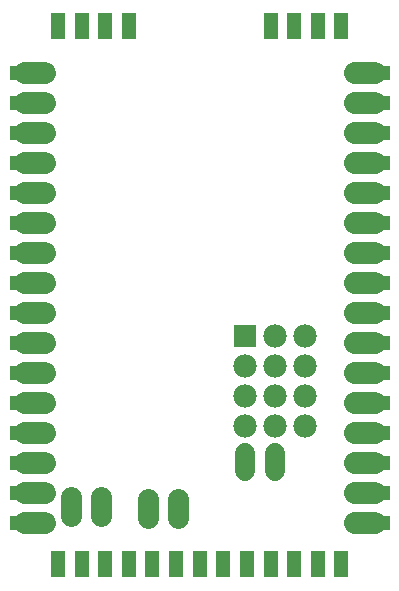
<source format=gbs>
G75*
%MOIN*%
%OFA0B0*%
%FSLAX25Y25*%
%IPPOS*%
%LPD*%
%AMOC8*
5,1,8,0,0,1.08239X$1,22.5*
%
%ADD10R,0.07800X0.07800*%
%ADD11C,0.07800*%
%ADD12R,0.04737X0.08674*%
%ADD13R,0.08674X0.04737*%
%ADD14C,0.07400*%
%ADD15C,0.07137*%
%ADD16C,0.06800*%
D10*
X0151433Y0136433D03*
D11*
X0151433Y0126433D03*
X0151433Y0116433D03*
X0151433Y0106433D03*
X0161433Y0106433D03*
X0161433Y0116433D03*
X0161433Y0126433D03*
X0161433Y0136433D03*
X0171433Y0136433D03*
X0171433Y0126433D03*
X0171433Y0116433D03*
X0171433Y0106433D03*
D12*
X0167929Y0060350D03*
X0160055Y0060350D03*
X0152181Y0060350D03*
X0144307Y0060350D03*
X0136433Y0060350D03*
X0128559Y0060350D03*
X0120685Y0060350D03*
X0112811Y0060350D03*
X0104937Y0060350D03*
X0097063Y0060350D03*
X0089189Y0060350D03*
X0175803Y0060350D03*
X0183677Y0060350D03*
X0183677Y0239484D03*
X0175803Y0239484D03*
X0167929Y0239484D03*
X0160055Y0239484D03*
X0112811Y0239484D03*
X0104937Y0239484D03*
X0097063Y0239484D03*
X0089189Y0239484D03*
D13*
X0077378Y0073933D03*
X0077378Y0083933D03*
X0077378Y0093933D03*
X0077378Y0103933D03*
X0077378Y0113933D03*
X0077378Y0123933D03*
X0077378Y0133933D03*
X0077378Y0143933D03*
X0077378Y0153933D03*
X0077378Y0163933D03*
X0077378Y0173933D03*
X0077378Y0183933D03*
X0077378Y0193933D03*
X0077378Y0203933D03*
X0077378Y0213933D03*
X0077378Y0223933D03*
X0195488Y0223933D03*
X0195488Y0213933D03*
X0195488Y0203933D03*
X0195488Y0193933D03*
X0195488Y0183933D03*
X0195488Y0173933D03*
X0195488Y0163933D03*
X0195488Y0153933D03*
X0195488Y0143933D03*
X0195488Y0133933D03*
X0195488Y0123933D03*
X0195488Y0113933D03*
X0195488Y0103933D03*
X0195488Y0093933D03*
X0195488Y0083933D03*
X0195488Y0073933D03*
D14*
X0194733Y0073933D02*
X0188133Y0073933D01*
X0188133Y0083933D02*
X0194733Y0083933D01*
X0194733Y0093933D02*
X0188133Y0093933D01*
X0188133Y0103933D02*
X0194733Y0103933D01*
X0194733Y0113933D02*
X0188133Y0113933D01*
X0188133Y0123933D02*
X0194733Y0123933D01*
X0194733Y0133933D02*
X0188133Y0133933D01*
X0188133Y0143933D02*
X0194733Y0143933D01*
X0194733Y0153933D02*
X0188133Y0153933D01*
X0188133Y0163933D02*
X0194733Y0163933D01*
X0194733Y0173933D02*
X0188133Y0173933D01*
X0188133Y0183933D02*
X0194733Y0183933D01*
X0194733Y0193933D02*
X0188133Y0193933D01*
X0188133Y0203933D02*
X0194733Y0203933D01*
X0194733Y0213933D02*
X0188133Y0213933D01*
X0188133Y0223933D02*
X0194733Y0223933D01*
X0084733Y0223933D02*
X0078133Y0223933D01*
X0078133Y0213933D02*
X0084733Y0213933D01*
X0084733Y0203933D02*
X0078133Y0203933D01*
X0078133Y0193933D02*
X0084733Y0193933D01*
X0084733Y0183933D02*
X0078133Y0183933D01*
X0078133Y0173933D02*
X0084733Y0173933D01*
X0084733Y0163933D02*
X0078133Y0163933D01*
X0078133Y0153933D02*
X0084733Y0153933D01*
X0084733Y0143933D02*
X0078133Y0143933D01*
X0078133Y0133933D02*
X0084733Y0133933D01*
X0084733Y0123933D02*
X0078133Y0123933D01*
X0078133Y0113933D02*
X0084733Y0113933D01*
X0084733Y0103933D02*
X0078133Y0103933D01*
X0078133Y0093933D02*
X0084733Y0093933D01*
X0084733Y0083933D02*
X0078133Y0083933D01*
X0078133Y0073933D02*
X0084733Y0073933D01*
D15*
X0093558Y0076215D02*
X0093558Y0082552D01*
X0103558Y0082552D02*
X0103558Y0076215D01*
X0119083Y0075765D02*
X0119083Y0082102D01*
X0129083Y0082102D02*
X0129083Y0075765D01*
D16*
X0151515Y0091228D02*
X0151515Y0097228D01*
X0161515Y0097228D02*
X0161515Y0091228D01*
M02*

</source>
